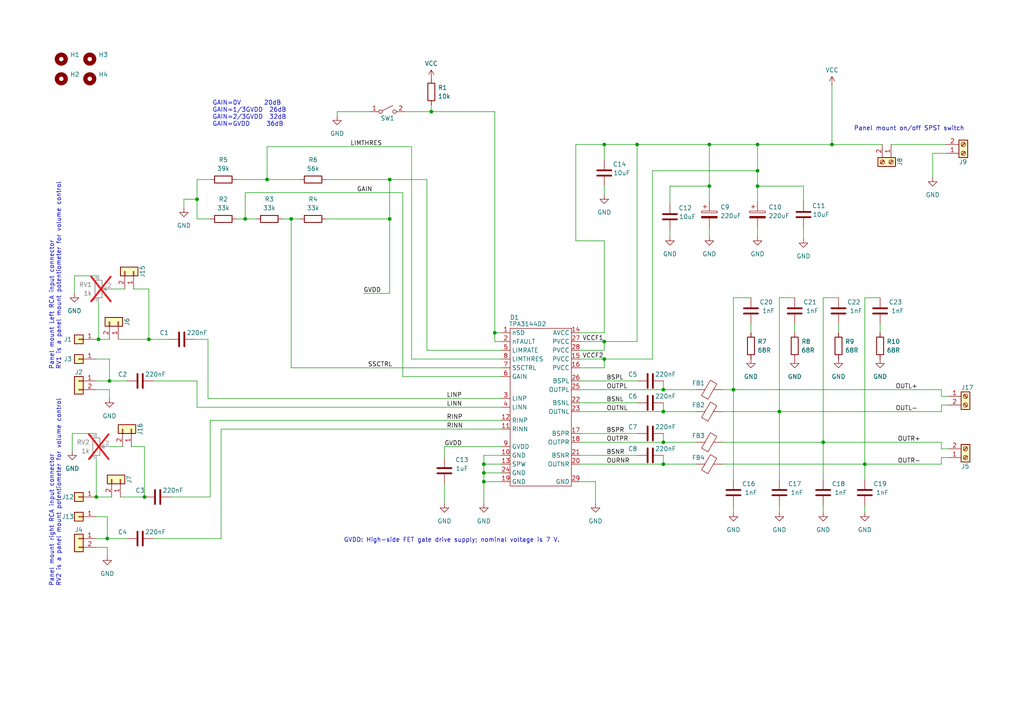
<source format=kicad_sch>
(kicad_sch (version 20231120) (generator "eeschema") (generator_version "8.0")
  (paper "A4")
  (lib_symbols
    (symbol "Amplifier_ClassD:TPA3144D2PWPR"
      (property "Reference" "D" (at 0 0 0))
      (symbol "TPA3144D2PWPR_0_1"
        (rectangle (start -7.62 12.7) (end 10.16 -33.02))
      )
      (symbol "TPA3144D2PWPR_1_1"
        (pin input line (at -10.16 11.43 0) (length 2.54) (name "nSD") (number "1"))
        (pin input line (at -10.16 -24.13 0) (length 2.54) (name "GND") (number "10"))
        (pin input line (at -10.16 -16.51 0) (length 2.54) (name "RINN") (number "11"))
        (pin input line (at -10.16 -13.97 0) (length 2.54) (name "RINP") (number "12"))
        (pin input line (at -10.16 -26.67 0) (length 2.54) (name "SPW") (number "13"))
        (pin input line (at 12.7 11.43 180) (length 2.54) (name "AVCC") (number "14"))
        (pin input line (at 12.7 3.81 180) (length 2.54) (name "PVCC") (number "15"))
        (pin input line (at 12.7 1.27 180) (length 2.54) (name "PVCC") (number "16"))
        (pin input line (at 12.7 -17.78 180) (length 2.54) (name "BSPR") (number "17"))
        (pin input line (at 12.7 -20.32 180) (length 2.54) (name "OUTPR") (number "18"))
        (pin input line (at -10.16 -31.75 0) (length 2.54) (name "GND") (number "19"))
        (pin input line (at -10.16 8.89 0) (length 2.54) (name "nFAULT") (number "2"))
        (pin input line (at 12.7 -26.67 180) (length 2.54) (name "OUTNR") (number "20"))
        (pin input line (at 12.7 -24.13 180) (length 2.54) (name "BSNR") (number "21"))
        (pin input line (at 12.7 -8.89 180) (length 2.54) (name "BSNL") (number "22"))
        (pin input line (at 12.7 -11.43 180) (length 2.54) (name "OUTNL") (number "23"))
        (pin input line (at -10.16 -29.21 0) (length 2.54) (name "GND") (number "24"))
        (pin input line (at 12.7 -5.08 180) (length 2.54) (name "OUTPL") (number "25"))
        (pin input line (at 12.7 -2.54 180) (length 2.54) (name "BSPL") (number "26"))
        (pin input line (at 12.7 8.89 180) (length 2.54) (name "PVCC") (number "27"))
        (pin input line (at 12.7 6.35 180) (length 2.54) (name "PVCC") (number "28"))
        (pin input line (at 12.7 -31.75 180) (length 2.54) (name "GND") (number "29"))
        (pin input line (at -10.16 -7.62 0) (length 2.54) (name "LINP") (number "3"))
        (pin input line (at -10.16 -10.16 0) (length 2.54) (name "LINN") (number "4"))
        (pin input line (at -10.16 6.35 0) (length 2.54) (name "LIMRATE") (number "5"))
        (pin input line (at -10.16 -1.27 0) (length 2.54) (name "GAIN") (number "6"))
        (pin input line (at -10.16 1.27 0) (length 2.54) (name "SSCTRL") (number "7"))
        (pin input line (at -10.16 3.81 0) (length 2.54) (name "LIMTHRES") (number "8"))
        (pin input line (at -10.16 -21.59 0) (length 2.54) (name "GVDD") (number "9"))
      )
    )
    (symbol "Connector:Screw_Terminal_01x02" (pin_names (offset 1.016) hide)
      (property "Reference" "J" (at 0 2.54 0))
      (property "Value" "Screw_Terminal_01x02" (at 0 -5.08 0))
      (symbol "Screw_Terminal_01x02_1_1"
        (rectangle (start -1.27 1.27) (end 1.27 -3.81) (stroke (width 0.254)) (fill (type background)))
        (circle (center 0 -2.54) (radius 0.635) (stroke (width 0.1524)))
        (polyline (pts (xy -0.5334 -2.2098) (xy 0.3302 -3.048)) (stroke (width 0.1524)))
        (polyline (pts (xy -0.5334 0.3302) (xy 0.3302 -0.508)) (stroke (width 0.1524)))
        (polyline (pts (xy -0.3556 -2.032) (xy 0.508 -2.8702)) (stroke (width 0.1524)))
        (polyline (pts (xy -0.3556 0.508) (xy 0.508 -0.3302)) (stroke (width 0.1524)))
        (circle (center 0 0) (radius 0.635) (stroke (width 0.1524)))
        (pin passive line (at -5.08 0 0) (length 3.81) (name "Pin_1") (number "1"))
        (pin passive line (at -5.08 -2.54 0) (length 3.81) (name "Pin_2") (number "2"))
      )
    )
    (symbol "Connector_Generic:Conn_01x01" (pin_names (offset 1.016) hide)
      (property "Reference" "J" (at 0 2.54 0))
      (property "Value" "Conn_01x01" (at 0 -2.54 0))
      (symbol "Conn_01x01_1_1"
        (rectangle (start -1.27 0.127) (end 0 -0.127) (stroke (width 0.1524)))
        (rectangle (start -1.27 1.27) (end 1.27 -1.27) (stroke (width 0.254)) (fill (type background)))
        (pin passive line (at -5.08 0 0) (length 3.81) (name "Pin_1") (number "1"))
      )
    )
    (symbol "Connector_Generic:Conn_01x02" (pin_names (offset 1.016) hide)
      (property "Reference" "J" (at 0 2.54 0))
      (property "Value" "Conn_01x02" (at 0 -5.08 0))
      (symbol "Conn_01x02_1_1"
        (rectangle (start -1.27 -2.413) (end 0 -2.667) (stroke (width 0.1524)))
        (rectangle (start -1.27 0.127) (end 0 -0.127) (stroke (width 0.1524)))
        (rectangle (start -1.27 1.27) (end 1.27 -3.81) (stroke (width 0.254)) (fill (type background)))
        (pin passive line (at -5.08 0 0) (length 3.81) (name "Pin_1") (number "1"))
        (pin passive line (at -5.08 -2.54 0) (length 3.81) (name "Pin_2") (number "2"))
      )
    )
    (symbol "Device:C" (pin_numbers hide) (pin_names (offset 0.254))
      (property "Reference" "C" (at 0.635 2.54 0))
      (property "Value" "C" (at 0.635 -2.54 0))
      (symbol "C_0_1"
        (polyline (pts (xy -2.032 -0.762) (xy 2.032 -0.762)) (stroke (width 0.508)))
        (polyline (pts (xy -2.032 0.762) (xy 2.032 0.762)) (stroke (width 0.508)))
      )
      (symbol "C_1_1"
        (pin passive line (at 0 3.81 270) (length 2.794) (name "~") (number "1"))
        (pin passive line (at 0 -3.81 90) (length 2.794) (name "~") (number "2"))
      )
    )
    (symbol "Device:C_Polarized" (pin_numbers hide) (pin_names (offset 0.254))
      (property "Reference" "C" (at 0.635 2.54 0))
      (property "Value" "C_Polarized" (at 0.635 -2.54 0))
      (symbol "C_Polarized_0_1"
        (rectangle (start -2.286 0.508) (end 2.286 1.016))
        (polyline (pts (xy -1.778 2.286) (xy -0.762 2.286)))
        (polyline (pts (xy -1.27 2.794) (xy -1.27 1.778)))
        (rectangle (start 2.286 -0.508) (end -2.286 -1.016) (fill (type outline)))
      )
      (symbol "C_Polarized_1_1"
        (pin passive line (at 0 3.81 270) (length 2.794) (name "~") (number "1"))
        (pin passive line (at 0 -3.81 90) (length 2.794) (name "~") (number "2"))
      )
    )
    (symbol "Device:FerriteBead" (pin_numbers hide) (pin_names (offset 0))
      (property "Reference" "FB" (at -3.81 0.635 90))
      (property "Value" "FerriteBead" (at 3.81 0 90))
      (symbol "FerriteBead_0_1"
        (polyline (pts (xy 0 -1.27) (xy 0 -1.2192)))
        (polyline (pts (xy 0 1.27) (xy 0 1.2954)))
        (polyline (pts (xy -2.7686 0.4064) (xy -1.7018 2.2606) (xy 2.7686 -0.3048) (xy 1.6764 -2.159) (xy -2.7686 0.4064)))
      )
      (symbol "FerriteBead_1_1"
        (pin passive line (at 0 3.81 270) (length 2.54) (name "~") (number "1"))
        (pin passive line (at 0 -3.81 90) (length 2.54) (name "~") (number "2"))
      )
    )
    (symbol "Device:R" (pin_numbers hide) (pin_names (offset 0))
      (property "Reference" "R" (at 2.032 0 90))
      (property "Value" "R" (at 0 0 90))
      (symbol "R_0_1"
        (rectangle (start -1.016 -2.54) (end 1.016 2.54) (stroke (width 0.254)))
      )
      (symbol "R_1_1"
        (pin passive line (at 0 3.81 270) (length 1.27) (name "~") (number "1"))
        (pin passive line (at 0 -3.81 90) (length 1.27) (name "~") (number "2"))
      )
    )
    (symbol "Device:R_Potentiometer" (pin_names (offset 1.016) hide)
      (property "Reference" "RV" (at -4.445 0 90))
      (property "Value" "R_Potentiometer" (at -2.54 0 90))
      (symbol "R_Potentiometer_0_1"
        (polyline (pts (xy 2.54 0) (xy 1.524 0)))
        (polyline (pts (xy 1.143 0) (xy 2.286 0.508) (xy 2.286 -0.508) (xy 1.143 0)) (fill (type outline)))
        (rectangle (start 1.016 2.54) (end -1.016 -2.54) (stroke (width 0.254)))
      )
      (symbol "R_Potentiometer_1_1"
        (pin passive line (at 0 3.81 270) (length 1.27) (name "1") (number "1"))
        (pin passive line (at 3.81 0 180) (length 1.27) (name "2") (number "2"))
        (pin passive line (at 0 -3.81 90) (length 1.27) (name "3") (number "3"))
      )
    )
    (symbol "Mechanical:MountingHole" (pin_names (offset 1.016))
      (property "Reference" "H" (at 0 5.08 0))
      (property "Value" "MountingHole" (at 0 3.175 0))
      (symbol "MountingHole_0_1"
        (circle (center 0 0) (radius 1.27) (stroke (width 1.27)))
      )
    )
    (symbol "Switch:SW_SPST" (pin_names (offset 0) hide)
      (property "Reference" "SW" (at 0 3.175 0))
      (property "Value" "SW_SPST" (at 0 -2.54 0))
      (symbol "SW_SPST_0_0"
        (circle (center -2.032 0) (radius 0.508))
        (polyline (pts (xy -1.524 0.254) (xy 1.524 1.778)))
        (circle (center 2.032 0) (radius 0.508))
      )
      (symbol "SW_SPST_1_1"
        (pin passive line (at -5.08 0 0) (length 2.54) (name "A") (number "1"))
        (pin passive line (at 5.08 0 180) (length 2.54) (name "B") (number "2"))
      )
    )
    (symbol "power:GND" (power) (pin_names (offset 0))
      (property "Value" "GND" (at 0 -3.81 0))
      (symbol "GND_0_1"
        (polyline (pts (xy 0 0) (xy 0 -1.27) (xy 1.27 -1.27) (xy 0 -2.54) (xy -1.27 -1.27) (xy 0 -1.27)))
      )
      (symbol "GND_1_1"
        (pin power_in line (at 0 0 270) (length 0) hide (name "GND") (number "1"))
      )
    )
    (symbol "power:VCC" (power) (pin_names (offset 0))
      (property "Value" "VCC" (at 0 3.81 0))
      (symbol "VCC_0_1"
        (polyline (pts (xy -0.762 1.27) (xy 0 2.54)))
        (polyline (pts (xy 0 0) (xy 0 2.54)))
        (polyline (pts (xy 0 2.54) (xy 0.762 1.27)))
      )
      (symbol "VCC_1_1"
        (pin power_in line (at 0 0 90) (length 0) hide (name "VCC") (number "1"))
      )
    )
  )
  (junction (at 192.405 128.27))
  (junction (at 113.03 52.07))
  (junction (at 212.725 113.03))
  (junction (at 192.405 134.62))
  (junction (at 84.455 63.5))
  (junction (at 192.405 113.03))
  (junction (at 140.335 134.62))
  (junction (at 192.405 119.38))
  (junction (at 175.26 104.14))
  (junction (at 31.115 156.21))
  (junction (at 113.03 63.5))
  (junction (at 31.75 110.49))
  (junction (at 219.71 49.53))
  (junction (at 219.71 41.91))
  (junction (at 226.06 119.38))
  (junction (at 219.71 53.975))
  (junction (at 28.575 98.425))
  (junction (at 43.18 98.425))
  (junction (at 77.47 52.07))
  (junction (at 175.26 99.06))
  (junction (at 140.335 137.16))
  (junction (at 175.26 41.91))
  (junction (at 241.3 41.91))
  (junction (at 27.94 144.145))
  (junction (at 184.785 41.91))
  (junction (at 125.095 32.385))
  (junction (at 238.76 128.27))
  (junction (at 71.12 63.5))
  (junction (at 143.51 96.52))
  (junction (at 57.15 57.785))
  (junction (at 205.74 41.91))
  (junction (at 205.74 53.975))
  (junction (at 41.91 144.145))
  (junction (at 140.335 139.7))
  (junction (at 250.825 134.62))
  (wire (pts (xy 209.55 113.03) (xy 212.725 113.03)))
  (wire (pts (xy 56.515 98.425) (xy 60.325 98.425)))
  (wire (pts (xy 172.72 139.7) (xy 172.72 146.05)))
  (wire (pts (xy 31.75 110.49) (xy 36.83 110.49)))
  (wire (pts (xy 230.505 93.98) (xy 230.505 96.52)))
  (wire (pts (xy 212.725 113.03) (xy 212.725 139.065)))
  (wire (pts (xy 175.26 99.06) (xy 184.785 99.06)))
  (wire (pts (xy 167.005 69.85) (xy 167.005 41.91)))
  (wire (pts (xy 168.275 125.73) (xy 184.785 125.73)))
  (wire (pts (xy 27.94 158.75) (xy 31.115 158.75)))
  (wire (pts (xy 71.12 55.88) (xy 116.84 55.88)))
  (wire (pts (xy 31.115 158.75) (xy 31.115 161.29)))
  (wire (pts (xy 168.275 106.68) (xy 175.26 106.68)))
  (wire (pts (xy 84.455 63.5) (xy 84.455 106.68)))
  (wire (pts (xy 57.15 57.785) (xy 53.34 57.785)))
  (wire (pts (xy 238.76 86.36) (xy 243.205 86.36)))
  (wire (pts (xy 81.915 63.5) (xy 84.455 63.5)))
  (wire (pts (xy 241.3 41.91) (xy 255.905 41.91)))
  (wire (pts (xy 140.335 137.16) (xy 140.335 139.7)))
  (wire (pts (xy 145.415 101.6) (xy 123.825 101.6)))
  (wire (pts (xy 28.575 87.63) (xy 28.575 98.425)))
  (wire (pts (xy 143.51 99.06) (xy 143.51 96.52)))
  (wire (pts (xy 168.275 99.06) (xy 175.26 99.06)))
  (wire (pts (xy 28.575 98.425) (xy 31.75 98.425)))
  (wire (pts (xy 145.415 118.11) (xy 57.15 118.11)))
  (wire (pts (xy 140.335 134.62) (xy 140.335 137.16)))
  (wire (pts (xy 27.94 149.86) (xy 31.115 149.86)))
  (wire (pts (xy 43.18 83.82) (xy 43.18 98.425)))
  (wire (pts (xy 145.415 104.14) (xy 119.38 104.14)))
  (wire (pts (xy 107.315 32.385) (xy 97.79 32.385)))
  (wire (pts (xy 143.51 32.385) (xy 125.095 32.385)))
  (wire (pts (xy 140.335 139.7) (xy 140.335 146.05)))
  (wire (pts (xy 116.84 109.22) (xy 116.84 55.88)))
  (wire (pts (xy 273.05 119.38) (xy 273.05 117.475)))
  (wire (pts (xy 175.26 41.91) (xy 175.26 46.355)))
  (wire (pts (xy 31.115 149.86) (xy 31.115 156.21)))
  (wire (pts (xy 60.96 144.145) (xy 49.53 144.145)))
  (wire (pts (xy 192.405 134.62) (xy 192.405 132.08)))
  (wire (pts (xy 243.205 93.98) (xy 243.205 96.52)))
  (wire (pts (xy 238.76 128.27) (xy 273.05 128.27)))
  (wire (pts (xy 189.23 104.14) (xy 189.23 49.53)))
  (wire (pts (xy 168.275 104.14) (xy 175.26 104.14)))
  (wire (pts (xy 123.825 101.6) (xy 123.825 52.07)))
  (wire (pts (xy 175.26 53.975) (xy 175.26 56.515)))
  (wire (pts (xy 219.71 41.91) (xy 241.3 41.91)))
  (wire (pts (xy 27.94 133.35) (xy 27.94 144.145)))
  (wire (pts (xy 241.3 24.765) (xy 241.3 41.91)))
  (wire (pts (xy 192.405 113.03) (xy 201.93 113.03)))
  (wire (pts (xy 32.385 83.82) (xy 36.195 83.82)))
  (wire (pts (xy 226.06 119.38) (xy 226.06 86.36)))
  (wire (pts (xy 250.825 86.36) (xy 255.27 86.36)))
  (wire (pts (xy 168.275 119.38) (xy 192.405 119.38)))
  (wire (pts (xy 113.03 63.5) (xy 113.03 52.07)))
  (wire (pts (xy 212.725 113.03) (xy 273.05 113.03)))
  (wire (pts (xy 31.75 113.03) (xy 31.75 115.57)))
  (wire (pts (xy 219.71 53.975) (xy 219.71 58.42)))
  (wire (pts (xy 145.415 129.54) (xy 128.905 129.54)))
  (wire (pts (xy 27.94 110.49) (xy 31.75 110.49)))
  (wire (pts (xy 189.23 49.53) (xy 219.71 49.53)))
  (wire (pts (xy 209.55 128.27) (xy 238.76 128.27)))
  (wire (pts (xy 53.34 57.785) (xy 53.34 60.325)))
  (wire (pts (xy 143.51 32.385) (xy 143.51 96.52)))
  (wire (pts (xy 270.51 44.45) (xy 270.51 51.435)))
  (wire (pts (xy 168.275 113.03) (xy 192.405 113.03)))
  (wire (pts (xy 233.045 58.42) (xy 233.045 53.975)))
  (wire (pts (xy 119.38 104.14) (xy 119.38 42.545)))
  (wire (pts (xy 238.76 128.27) (xy 238.76 139.065)))
  (wire (pts (xy 57.15 63.5) (xy 60.96 63.5)))
  (wire (pts (xy 238.76 128.27) (xy 238.76 86.36)))
  (wire (pts (xy 34.925 144.145) (xy 41.91 144.145)))
  (wire (pts (xy 168.275 134.62) (xy 192.405 134.62)))
  (wire (pts (xy 97.79 32.385) (xy 97.79 33.655)))
  (wire (pts (xy 194.31 59.055) (xy 194.31 53.975)))
  (wire (pts (xy 94.615 63.5) (xy 113.03 63.5)))
  (wire (pts (xy 219.71 41.91) (xy 219.71 49.53)))
  (wire (pts (xy 238.76 148.59) (xy 238.76 146.685)))
  (wire (pts (xy 175.26 41.91) (xy 184.785 41.91)))
  (wire (pts (xy 209.55 134.62) (xy 250.825 134.62)))
  (wire (pts (xy 38.1 129.54) (xy 41.91 129.54)))
  (wire (pts (xy 125.095 32.385) (xy 125.095 30.48)))
  (wire (pts (xy 27.94 98.425) (xy 28.575 98.425)))
  (wire (pts (xy 21.59 80.01) (xy 21.59 85.09)))
  (wire (pts (xy 119.38 42.545) (xy 77.47 42.545)))
  (wire (pts (xy 143.51 96.52) (xy 145.415 96.52)))
  (wire (pts (xy 145.415 132.08) (xy 140.335 132.08)))
  (wire (pts (xy 168.275 116.84) (xy 184.785 116.84)))
  (wire (pts (xy 128.905 129.54) (xy 128.905 132.715)))
  (wire (pts (xy 113.03 63.5) (xy 113.03 85.09)))
  (wire (pts (xy 105.41 85.09) (xy 113.03 85.09)))
  (wire (pts (xy 27.94 144.145) (xy 32.385 144.145)))
  (wire (pts (xy 273.05 113.03) (xy 273.05 114.935)))
  (wire (pts (xy 41.91 129.54) (xy 41.91 144.145)))
  (wire (pts (xy 140.335 137.16) (xy 145.415 137.16)))
  (wire (pts (xy 84.455 106.68) (xy 145.415 106.68)))
  (wire (pts (xy 57.15 52.07) (xy 57.15 57.785)))
  (wire (pts (xy 168.275 132.08) (xy 184.785 132.08)))
  (wire (pts (xy 60.325 115.57) (xy 145.415 115.57)))
  (wire (pts (xy 219.71 49.53) (xy 219.71 53.975)))
  (wire (pts (xy 64.135 124.46) (xy 145.415 124.46)))
  (wire (pts (xy 20.955 125.73) (xy 20.955 130.81)))
  (wire (pts (xy 145.415 99.06) (xy 143.51 99.06)))
  (wire (pts (xy 233.045 69.215) (xy 233.045 66.04)))
  (wire (pts (xy 250.825 134.62) (xy 273.05 134.62)))
  (wire (pts (xy 168.275 96.52) (xy 175.26 96.52)))
  (wire (pts (xy 60.96 121.92) (xy 60.96 144.145)))
  (wire (pts (xy 68.58 63.5) (xy 71.12 63.5)))
  (wire (pts (xy 168.275 110.49) (xy 184.785 110.49)))
  (wire (pts (xy 274.32 44.45) (xy 270.51 44.45)))
  (wire (pts (xy 31.115 156.21) (xy 27.94 156.21)))
  (wire (pts (xy 140.335 132.08) (xy 140.335 134.62)))
  (wire (pts (xy 212.725 86.36) (xy 212.725 113.03)))
  (wire (pts (xy 273.05 114.935) (xy 274.955 114.935)))
  (wire (pts (xy 273.05 132.715) (xy 274.955 132.715)))
  (wire (pts (xy 192.405 119.38) (xy 192.405 116.84)))
  (wire (pts (xy 273.05 134.62) (xy 273.05 132.715)))
  (wire (pts (xy 145.415 121.92) (xy 60.96 121.92)))
  (wire (pts (xy 226.06 148.59) (xy 226.06 146.685)))
  (wire (pts (xy 31.75 104.14) (xy 31.75 110.49)))
  (wire (pts (xy 168.275 139.7) (xy 172.72 139.7)))
  (wire (pts (xy 71.12 63.5) (xy 74.295 63.5)))
  (wire (pts (xy 175.26 104.14) (xy 189.23 104.14)))
  (wire (pts (xy 128.905 146.05) (xy 128.905 140.335)))
  (wire (pts (xy 145.415 109.22) (xy 116.84 109.22)))
  (wire (pts (xy 175.26 96.52) (xy 175.26 69.85)))
  (wire (pts (xy 64.135 156.21) (xy 64.135 124.46)))
  (wire (pts (xy 192.405 128.27) (xy 201.93 128.27)))
  (wire (pts (xy 31.115 156.21) (xy 36.83 156.21)))
  (wire (pts (xy 167.005 41.91) (xy 175.26 41.91)))
  (wire (pts (xy 226.06 119.38) (xy 226.06 139.065)))
  (wire (pts (xy 27.94 113.03) (xy 31.75 113.03)))
  (wire (pts (xy 194.31 53.975) (xy 205.74 53.975)))
  (wire (pts (xy 192.405 134.62) (xy 201.93 134.62)))
  (wire (pts (xy 217.805 86.36) (xy 212.725 86.36)))
  (wire (pts (xy 27.94 125.73) (xy 20.955 125.73)))
  (wire (pts (xy 57.15 118.11) (xy 57.15 110.49)))
  (wire (pts (xy 250.825 148.59) (xy 250.825 146.685)))
  (wire (pts (xy 205.74 41.91) (xy 219.71 41.91)))
  (wire (pts (xy 226.06 119.38) (xy 273.05 119.38)))
  (wire (pts (xy 28.575 80.01) (xy 21.59 80.01)))
  (wire (pts (xy 27.94 104.14) (xy 31.75 104.14)))
  (wire (pts (xy 184.785 41.91) (xy 205.74 41.91)))
  (wire (pts (xy 192.405 128.27) (xy 192.405 125.73)))
  (wire (pts (xy 250.825 134.62) (xy 250.825 86.36)))
  (wire (pts (xy 209.55 119.38) (xy 226.06 119.38)))
  (wire (pts (xy 68.58 52.07) (xy 77.47 52.07)))
  (wire (pts (xy 57.15 57.785) (xy 57.15 63.5)))
  (wire (pts (xy 43.18 98.425) (xy 48.895 98.425)))
  (wire (pts (xy 60.96 52.07) (xy 57.15 52.07)))
  (wire (pts (xy 60.325 115.57) (xy 60.325 98.425)))
  (wire (pts (xy 273.05 128.27) (xy 273.05 130.175)))
  (wire (pts (xy 175.26 106.68) (xy 175.26 104.14)))
  (wire (pts (xy 217.805 93.98) (xy 217.805 96.52)))
  (wire (pts (xy 168.275 128.27) (xy 192.405 128.27)))
  (wire (pts (xy 258.445 41.91) (xy 274.32 41.91)))
  (wire (pts (xy 123.825 52.07) (xy 113.03 52.07)))
  (wire (pts (xy 31.75 129.54) (xy 35.56 129.54)))
  (wire (pts (xy 184.785 99.06) (xy 184.785 41.91)))
  (wire (pts (xy 255.27 93.98) (xy 255.27 96.52)))
  (wire (pts (xy 117.475 32.385) (xy 125.095 32.385)))
  (wire (pts (xy 219.71 68.58) (xy 219.71 66.04)))
  (wire (pts (xy 273.05 130.175) (xy 274.955 130.175)))
  (wire (pts (xy 84.455 63.5) (xy 86.995 63.5)))
  (wire (pts (xy 273.05 117.475) (xy 274.955 117.475)))
  (wire (pts (xy 44.45 156.21) (xy 64.135 156.21)))
  (wire (pts (xy 57.15 110.49) (xy 44.45 110.49)))
  (wire (pts (xy 233.045 53.975) (xy 219.71 53.975)))
  (wire (pts (xy 140.335 139.7) (xy 145.415 139.7)))
  (wire (pts (xy 38.735 83.82) (xy 43.18 83.82)))
  (wire (pts (xy 192.405 113.03) (xy 192.405 110.49)))
  (wire (pts (xy 205.74 66.04) (xy 205.74 68.58)))
  (wire (pts (xy 77.47 52.07) (xy 86.995 52.07)))
  (wire (pts (xy 192.405 119.38) (xy 201.93 119.38)))
  (wire (pts (xy 194.31 68.58) (xy 194.31 66.675)))
  (wire (pts (xy 94.615 52.07) (xy 113.03 52.07)))
  (wire (pts (xy 34.29 98.425) (xy 43.18 98.425)))
  (wire (pts (xy 71.12 63.5) (xy 71.12 55.88)))
  (wire (pts (xy 205.74 41.91) (xy 205.74 53.975)))
  (wire (pts (xy 205.74 53.975) (xy 205.74 58.42)))
  (wire (pts (xy 226.06 86.36) (xy 230.505 86.36)))
  (wire (pts (xy 168.275 101.6) (xy 175.26 101.6)))
  (wire (pts (xy 175.26 69.85) (xy 167.005 69.85)))
  (wire (pts (xy 250.825 134.62) (xy 250.825 139.065)))
  (wire (pts (xy 77.47 42.545) (xy 77.47 52.07)))
  (wire (pts (xy 140.335 134.62) (xy 145.415 134.62)))
  (wire (pts (xy 212.725 148.59) (xy 212.725 146.685)))
  (wire (pts (xy 175.26 101.6) (xy 175.26 99.06)))
  (text "GVDD: High-side FET gate drive supply; nominal voltage is 7 V. " (at 99.695 157.48 0) (effects (font (size 1.27 1.27)) (justify left bottom)))
  (text "Panel mount Left RCA input connector\nRV1 is a panel mount potentiometer for volume control" (at 17.78 107.315 90) (effects (font (size 1.27 1.27)) (justify left bottom)))
  (text "GAIN=0V       20dB\nGAIN=1/3GVDD  26dB\nGAIN=2/3GVDD  32dB\nGAIN=GVDD     36dB" (at 61.595 36.83 0) (effects (font (size 1.27 1.27)) (justify left bottom)))
  (text "Panel mount right RCA input connector\nRV2 is a panel mount potentiometer for volume control" (at 17.78 170.18 90) (effects (font (size 1.27 1.27)) (justify left bottom)))
  (text "Panel mount on/off SPST switch" (at 247.65 38.1 0) (effects (font (size 1.27 1.27)) (justify left bottom)))
  (label "RINP" (at 129.54 121.92 0))
  (label "VCCF2" (at 168.91 104.14 0))
  (label "VCCF1" (at 168.91 99.06 0))
  (label "OURNR" (at 175.895 134.62 0))
  (label "BSNL" (at 175.895 116.84 0))
  (label "OUTR-" (at 260.35 134.62 0))
  (label "GVDD" (at 128.905 129.54 0))
  (label "GVDD" (at 105.41 85.09 0))
  (label "RINN" (at 129.54 124.46 0))
  (label "LIMTHRES" (at 101.6 42.545 0))
  (label "OUTNL" (at 175.895 119.38 0))
  (label "BSPL" (at 175.895 110.49 0))
  (label "SSCTRL" (at 106.68 106.68 0))
  (label "OUTPL" (at 175.895 113.03 0))
  (label "OUTL-" (at 259.715 119.38 0))
  (label "OUTR+" (at 260.35 128.27 0))
  (label "OUTL+" (at 259.715 113.03 0))
  (label "LINP" (at 129.54 115.57 0))
  (label "BSNR" (at 175.895 132.08 0))
  (label "GAIN" (at 103.505 55.88 0))
  (label "OUTPR" (at 175.895 128.27 0))
  (label "LINN" (at 129.54 118.11 0))
  (label "BSPR" (at 175.895 125.73 0))
  (symbol (lib_id "Device:R") (at 255.27 100.33 0) (unit 1)
    (property "Reference" "R10" (at 257.175 99.06 0) (effects (justify left)))
    (property "Value" "68R" (at 257.175 101.6 0) (effects (justify left)))
    (property "Footprint" "Resistor_SMD:R_0805_2012Metric_Pad1.20x1.40mm_HandSolder" (effects (hide yes)))
    (property "LCSC PN" "C17802" (effects (hide yes)))
    (property "LCSC Price" "0.01$" (effects (hide yes)))
    (property "JLCPCB Type" "Basic" (effects (hide yes)))
  )
  (symbol (lib_id "Device:C") (at 45.72 144.145 90) (unit 1)
    (property "Reference" "C3" (at 40.64 142.24 90))
    (property "Value" "220nF" (at 50.165 142.24 90))
    (property "Footprint" "Capacitor_SMD:C_0603_1608Metric_Pad1.08x0.95mm_HandSolder" (effects (hide yes)))
    (property "LCSC PN" "C21120" (effects (hide yes)))
    (property "LCSC Price" "0.01$" (effects (hide yes)))
    (property "JLCPCB Type" "Basic" (effects (hide yes)))
  )
  (symbol (lib_id "Device:C") (at 217.805 90.17 180) (unit 1)
    (property "Reference" "C20" (at 222.25 87.63 0))
    (property "Value" "1nF" (at 222.885 90.17 0))
    (property "Footprint" "Capacitor_SMD:C_0603_1608Metric_Pad1.08x0.95mm_HandSolder" (effects (hide yes)))
    (property "LCSC PN" "C1588" (effects (hide yes)))
    (property "LCSC Price" "0.01$" (effects (hide yes)))
    (property "JLCPCB Type" "Basic" (effects (hide yes)))
  )
  (symbol (lib_id "power:GND") (at 233.045 69.215 0) (unit 1)
    (property "Reference" "#PWR026" (effects (hide yes)))
    (property "Value" "GND" (at 233.045 74.295 0))
  )
  (symbol (lib_id "power:GND") (at 31.75 115.57 0) (unit 1)
    (property "Reference" "#PWR01" (effects (hide yes)))
    (property "Value" "GND" (at 31.75 120.65 0))
  )
  (symbol (lib_id "power:GND") (at 270.51 51.435 0) (unit 1)
    (property "Reference" "#PWR06" (effects (hide yes)))
    (property "Value" "GND" (at 270.51 56.515 0))
  )
  (symbol (lib_id "Device:C") (at 188.595 110.49 90) (unit 1)
    (property "Reference" "C5" (at 183.515 108.585 90))
    (property "Value" "220nF" (at 193.04 108.585 90))
    (property "Footprint" "Capacitor_SMD:C_0603_1608Metric_Pad1.08x0.95mm_HandSolder" (effects (hide yes)))
    (property "JLCPCB Type" "Basic" (effects (hide yes)))
    (property "LCSC PN" "C21120" (effects (hide yes)))
    (property "LCSC Price" "0.01$" (effects (hide yes)))
  )
  (symbol (lib_id "power:GND") (at 205.74 68.58 0) (unit 1)
    (property "Reference" "#PWR07" (effects (hide yes)))
    (property "Value" "GND" (at 205.74 73.66 0))
  )
  (symbol (lib_id "Device:C_Polarized") (at 219.71 62.23 0) (unit 1)
    (property "Reference" "C10" (at 222.885 60.071 0) (effects (justify left)))
    (property "Value" "220uF" (at 222.885 62.611 0) (effects (justify left)))
    (property "Footprint" "Capacitor_THT:CP_Radial_D10.0mm_P3.50mm" (effects (hide yes)))
    (property "JLCPCB Type" "-" (effects (hide yes)))
    (property "LCSC PN" "-" (effects (hide yes)))
    (property "LCSC Price" "-" (effects (hide yes)))
  )
  (symbol (lib_id "Mechanical:MountingHole") (at 26.035 17.145 0) (unit 1) (in_bom no)
    (property "Reference" "H3" (at 28.575 15.875 0) (effects (justify left)))
    (property "Value" "MountingHole" (effects (hide yes)))
    (property "Footprint" "MountingHole:MountingHole_3.2mm_M3" (effects (hide yes)))
  )
  (symbol (lib_id "power:GND") (at 21.59 85.09 0) (unit 1)
    (property "Reference" "#PWR014" (effects (hide yes)))
    (property "Value" "GND" (at 21.59 90.17 0))
  )
  (symbol (lib_id "power:GND") (at 226.06 148.59 0) (unit 1)
    (property "Reference" "#PWR017" (effects (hide yes)))
    (property "Value" "GND" (at 226.06 153.67 0))
  )
  (symbol (lib_id "Device:C") (at 128.905 136.525 180) (unit 1)
    (property "Reference" "C13" (at 133.985 133.35 0))
    (property "Value" "1uF" (at 133.985 135.89 0))
    (property "Footprint" "Capacitor_SMD:C_0603_1608Metric_Pad1.08x0.95mm_HandSolder" (effects (hide yes)))
    (property "LCSC PN" "C15849" (effects (hide yes)))
    (property "LCSC Price" "0.01$" (effects (hide yes)))
    (property "JLCPCB Type" "Basic" (effects (hide yes)))
  )
  (symbol (lib_id "Device:FerriteBead") (at 205.74 113.03 90) (unit 1)
    (property "Reference" "FB1" (at 202.565 111.125 90))
    (property "Value" "NFZ2MSM301SN10L" (effects (hide yes)))
    (property "Footprint" "Inductor_SMD:L_0805_2012Metric_Pad1.15x1.40mm_HandSolder" (effects (hide yes)))
    (property "LCSC PN" "C668489" (effects (hide yes)))
    (property "LCSC Price" "0.18$" (effects (hide yes)))
    (property "JLCPCB Type" "Extended" (effects (hide yes)))
  )
  (symbol (lib_id "power:GND") (at 20.955 130.81 0) (unit 1)
    (property "Reference" "#PWR015" (effects (hide yes)))
    (property "Value" "GND" (at 20.955 135.89 0))
  )
  (symbol (lib_id "Device:R") (at 230.505 100.33 0) (unit 1)
    (property "Reference" "R8" (at 232.41 99.06 0) (effects (justify left)))
    (property "Value" "68R" (at 232.41 101.6 0) (effects (justify left)))
    (property "Footprint" "Resistor_SMD:R_0805_2012Metric_Pad1.20x1.40mm_HandSolder" (effects (hide yes)))
    (property "LCSC PN" "C17802" (effects (hide yes)))
    (property "LCSC Price" "0.01$" (effects (hide yes)))
    (property "JLCPCB Type" "Basic" (effects (hide yes)))
  )
  (symbol (lib_id "Device:R") (at 90.805 63.5 90) (unit 1)
    (property "Reference" "R4" (at 90.805 57.785 90))
    (property "Value" "33k" (at 90.805 60.325 90))
    (property "Footprint" "Resistor_SMD:R_0603_1608Metric_Pad0.98x0.95mm_HandSolder" (effects (hide yes)))
    (property "LCSC PN" "C4216" (effects (hide yes)))
    (property "LCSC Price" "0.01$" (effects (hide yes)))
    (property "JLCPCB Type" "Basic" (effects (hide yes)))
  )
  (symbol (lib_id "Connector_Generic:Conn_01x01") (at 22.86 104.14 180) (unit 1)
    (property "Reference" "J3" (at 19.685 104.14 0))
    (property "Value" "Conn_01x01" (effects (hide yes)))
    (property "Footprint" "Connector_PinHeader_2.54mm:PinHeader_1x01_P2.54mm_Vertical" (effects (hide yes)))
    (property "JLCPCB Type" "-" (effects (hide yes)))
    (property "LCSC PN" "-" (effects (hide yes)))
    (property "LCSC Price" "-" (effects (hide yes)))
  )
  (symbol (lib_id "Device:C_Polarized") (at 205.74 62.23 0) (unit 1)
    (property "Reference" "C9" (at 208.915 60.071 0) (effects (justify left)))
    (property "Value" "220uF" (at 208.915 62.611 0) (effects (justify left)))
    (property "Footprint" "Capacitor_THT:CP_Radial_D10.0mm_P3.50mm" (effects (hide yes)))
    (property "JLCPCB Type" "-" (effects (hide yes)))
    (property "LCSC PN" "-" (effects (hide yes)))
    (property "LCSC Price" "-" (effects (hide yes)))
  )
  (symbol (lib_id "Mechanical:MountingHole") (at 17.78 22.86 0) (unit 1) (in_bom no)
    (property "Reference" "H2" (at 20.32 21.59 0) (effects (justify left)))
    (property "Value" "MountingHole" (effects (hide yes)))
    (property "Footprint" "MountingHole:MountingHole_3.2mm_M3" (effects (hide yes)))
  )
  (symbol (lib_id "Device:R") (at 78.105 63.5 90) (unit 1)
    (property "Reference" "R3" (at 78.105 57.785 90))
    (property "Value" "33k" (at 78.105 60.325 90))
    (property "Footprint" "Resistor_SMD:R_0603_1608Metric_Pad0.98x0.95mm_HandSolder" (effects (hide yes)))
    (property "LCSC PN" "C4216" (effects (hide yes)))
    (property "LCSC Price" "0.01$" (effects (hide yes)))
    (property "JLCPCB Type" "Basic" (effects (hide yes)))
  )
  (symbol (lib_id "power:GND") (at 97.79 33.655 0) (unit 1)
    (property "Reference" "#PWR03" (effects (hide yes)))
    (property "Value" "GND" (at 97.79 38.735 0))
  )
  (symbol (lib_id "power:GND") (at 140.335 146.05 0) (unit 1)
    (property "Reference" "#PWR011" (effects (hide yes)))
    (property "Value" "GND" (at 140.335 151.13 0))
  )
  (symbol (lib_id "Device:R") (at 243.205 100.33 0) (unit 1)
    (property "Reference" "R9" (at 245.11 99.06 0) (effects (justify left)))
    (property "Value" "68R" (at 245.11 101.6 0) (effects (justify left)))
    (property "Footprint" "Resistor_SMD:R_0805_2012Metric_Pad1.20x1.40mm_HandSolder" (effects (hide yes)))
    (property "LCSC PN" "C17802" (effects (hide yes)))
    (property "LCSC Price" "0.01$" (effects (hide yes)))
    (property "JLCPCB Type" "Basic" (effects (hide yes)))
  )
  (symbol (lib_id "power:GND") (at 53.34 60.325 0) (unit 1)
    (property "Reference" "#PWR013" (effects (hide yes)))
    (property "Value" "GND" (at 53.34 65.405 0))
  )
  (symbol (lib_id "Connector:Screw_Terminal_01x02") (at 280.035 114.935 0) (unit 1)
    (property "Reference" "J17" (at 278.765 112.395 0) (effects (justify left)))
    (property "Value" "Screw_Terminal_01x02" (effects (hide yes)))
    (property "Footprint" "TerminalBlock_MetzConnect:TerminalBlock_MetzConnect_Type086_RT03402HBLC_1x02_P3.81mm_Horizontal" (effects (hide yes)))
  )
  (symbol (lib_id "Device:C") (at 188.595 132.08 90) (unit 1)
    (property "Reference" "C8" (at 183.515 130.175 90))
    (property "Value" "220nF" (at 193.04 130.175 90))
    (property "Footprint" "Capacitor_SMD:C_0603_1608Metric_Pad1.08x0.95mm_HandSolder" (effects (hide yes)))
    (property "JLCPCB Type" "Basic" (effects (hide yes)))
    (property "LCSC PN" "C21120" (effects (hide yes)))
    (property "LCSC Price" "0.01$" (effects (hide yes)))
  )
  (symbol (lib_id "Connector_Generic:Conn_01x02") (at 38.735 78.74 270) (mirror x) (unit 1)
    (property "Reference" "J15" (at 41.275 78.74 0))
    (property "Value" "Conn_01x02" (effects (hide yes)))
    (property "Footprint" "Connector_PinHeader_2.54mm:PinHeader_1x02_P2.54mm_Vertical" (effects (hide yes)))
    (property "JLCPCB Type" "-" (effects (hide yes)))
    (property "LCSC PN" "-" (effects (hide yes)))
    (property "LCSC Price" "-" (effects (hide yes)))
  )
  (symbol (lib_id "power:VCC") (at 241.3 24.765 0) (unit 1)
    (property "Reference" "#PWR05" (effects (hide yes)))
    (property "Value" "VCC" (at 241.3 20.32 0))
  )
  (symbol (lib_id "power:GND") (at 219.71 68.58 0) (unit 1)
    (property "Reference" "#PWR08" (effects (hide yes)))
    (property "Value" "GND" (at 219.71 73.66 0))
  )
  (symbol (lib_id "Device:R") (at 90.805 52.07 90) (unit 1)
    (property "Reference" "R6" (at 90.805 46.355 90))
    (property "Value" "56k" (at 90.805 48.895 90))
    (property "Footprint" "Resistor_SMD:R_0603_1608Metric_Pad0.98x0.95mm_HandSolder" (effects (hide yes)))
    (property "LCSC PN" "C23206" (effects (hide yes)))
    (property "LCSC Price" "0.01$" (effects (hide yes)))
    (property "JLCPCB Type" "Basic" (effects (hide yes)))
  )
  (symbol (lib_id "power:GND") (at 238.76 148.59 0) (unit 1)
    (property "Reference" "#PWR018" (effects (hide yes)))
    (property "Value" "GND" (at 238.76 153.67 0))
  )
  (symbol (lib_id "Device:R") (at 64.77 52.07 90) (unit 1)
    (property "Reference" "R5" (at 64.77 46.355 90))
    (property "Value" "39k" (at 64.77 48.895 90))
    (property "Footprint" "Resistor_SMD:R_0603_1608Metric_Pad0.98x0.95mm_HandSolder" (effects (hide yes)))
    (property "LCSC PN" "C23153" (effects (hide yes)))
    (property "LCSC Price" "0.01$" (effects (hide yes)))
    (property "JLCPCB Type" "Basic" (effects (hide yes)))
  )
  (symbol (lib_id "Device:FerriteBead") (at 205.74 119.38 90) (unit 1)
    (property "Reference" "FB2" (at 202.565 117.475 90))
    (property "Value" "NFZ2MSM301SN10L" (effects (hide yes)))
    (property "Footprint" "Inductor_SMD:L_0805_2012Metric_Pad1.15x1.40mm_HandSolder" (effects (hide yes)))
    (property "LCSC PN" "C668489" (effects (hide yes)))
    (property "LCSC Price" "0.18$" (effects (hide yes)))
    (property "JLCPCB Type" "Extended" (effects (hide yes)))
  )
  (symbol (lib_id "Device:R_Potentiometer") (at 27.94 129.54 0) (unit 1) (in_bom no) (dnp yes)
    (property "Reference" "RV2" (at 26.035 128.27 0) (effects (justify right)))
    (property "Value" "1k" (at 26.035 130.81 0) (effects (justify right)))
    (property "Footprint" "Connector_PinHeader_2.54mm:PinHeader_1x03_P2.54mm_Vertical" (effects (hide yes)))
    (property "JLCPCB Type" "-" (effects (hide yes)))
    (property "LCSC PN" "-" (effects (hide yes)))
    (property "LCSC Price" "-" (effects (hide yes)))
  )
  (symbol (lib_id "Connector_Generic:Conn_01x02") (at 34.29 93.345 270) (mirror x) (unit 1)
    (property "Reference" "J6" (at 36.83 93.345 0))
    (property "Value" "Conn_01x02" (effects (hide yes)))
    (property "Footprint" "Connector_PinHeader_2.54mm:PinHeader_1x02_P2.54mm_Vertical" (effects (hide yes)))
    (property "JLCPCB Type" "-" (effects (hide yes)))
    (property "LCSC PN" "-" (effects (hide yes)))
    (property "LCSC Price" "-" (effects (hide yes)))
  )
  (symbol (lib_id "power:GND") (at 255.27 104.14 0) (unit 1)
    (property "Reference" "#PWR023" (effects (hide yes)))
    (property "Value" "GND" (at 255.27 109.22 0))
  )
  (symbol (lib_id "Connector:Screw_Terminal_01x02") (at 279.4 44.45 0) (mirror x) (unit 1)
    (property "Reference" "J9" (at 278.13 46.99 0) (effects (justify left)))
    (property "Value" "Screw_Terminal_01x02" (effects (hide yes)))
    (property "Footprint" "TerminalBlock_MetzConnect:TerminalBlock_MetzConnect_Type086_RT03402HBLC_1x02_P3.81mm_Horizontal" (effects (hide yes)))
  )
  (symbol (lib_id "Device:C") (at 194.31 62.865 180) (unit 1)
    (property "Reference" "C12" (at 198.755 60.325 0))
    (property "Value" "10uF" (at 199.39 62.865 0))
    (property "Footprint" "Capacitor_SMD:C_0805_2012Metric_Pad1.18x1.45mm_HandSolder" (effects (hide yes)))
    (property "LCSC PN" "C440198" (effects (hide yes)))
    (property "LCSC Price" "0.07$" (effects (hide yes)))
    (property "JLCPCB Type" "Basic" (effects (hide yes)))
  )
  (symbol (lib_id "Switch:SW_SPST") (at 112.395 32.385 0) (unit 1) (in_bom no)
    (property "Reference" "SW1" (at 112.395 34.29 0))
    (property "Value" "SW_SPST" (effects (hide yes)))
    (property "Footprint" "Button_Switch_THT:SW_Tactile_Straight_KSA0Axx1LFTR" (effects (hide yes)))
    (property "JLCPCB Type" "-" (effects (hide yes)))
    (property "LCSC PN" "-" (effects (hide yes)))
    (property "LCSC Price" "-" (effects (hide yes)))
  )
  (symbol (lib_id "Device:C") (at 40.64 110.49 90) (unit 1)
    (property "Reference" "C2" (at 35.56 108.585 90))
    (property "Value" "220nF" (at 45.085 108.585 90))
    (property "Footprint" "Capacitor_SMD:C_0603_1608Metric_Pad1.08x0.95mm_HandSolder" (effects (hide yes)))
    (property "LCSC PN" "C21120" (effects (hide yes)))
    (property "LCSC Price" "0.01$" (effects (hide yes)))
    (property "JLCPCB Type" "Basic" (effects (hide yes)))
  )
  (symbol (lib_id "Device:C") (at 250.825 142.875 180) (unit 1)
    (property "Reference" "C19" (at 255.27 140.335 0))
    (property "Value" "1nF" (at 255.905 142.875 0))
    (property "Footprint" "Capacitor_SMD:C_0603_1608Metric_Pad1.08x0.95mm_HandSolder" (effects (hide yes)))
    (property "LCSC PN" "C1588" (effects (hide yes)))
    (property "LCSC Price" "0.01$" (effects (hide yes)))
    (property "JLCPCB Type" "Basic" (effects (hide yes)))
  )
  (symbol (lib_id "power:GND") (at 172.72 146.05 0) (unit 1)
    (property "Reference" "#PWR09" (effects (hide yes)))
    (property "Value" "GND" (at 172.72 151.13 0))
  )
  (symbol (lib_id "Connector_Generic:Conn_01x02") (at 22.86 156.21 0) (mirror y) (unit 1)
    (property "Reference" "J4" (at 22.86 153.67 0))
    (property "Value" "Conn_01x02" (effects (hide yes)))
    (property "Footprint" "Connector_PinHeader_2.54mm:PinHeader_1x02_P2.54mm_Vertical" (effects (hide yes)))
    (property "JLCPCB Type" "-" (effects (hide yes)))
    (property "LCSC PN" "-" (effects (hide yes)))
    (property "LCSC Price" "-" (effects (hide yes)))
  )
  (symbol (lib_id "Connector:Screw_Terminal_01x02") (at 258.445 46.99 270) (unit 1)
    (property "Reference" "J8" (at 260.985 45.72 0) (effects (justify left)))
    (property "Value" "Screw_Terminal_01x02" (effects (hide yes)))
    (property "Footprint" "TerminalBlock_MetzConnect:TerminalBlock_MetzConnect_Type086_RT03402HBLC_1x02_P3.81mm_Horizontal" (effects (hide yes)))
  )
  (symbol (lib_id "Device:R") (at 64.77 63.5 90) (unit 1)
    (property "Reference" "R2" (at 64.77 57.785 90))
    (property "Value" "33k" (at 64.77 60.325 90))
    (property "Footprint" "Resistor_SMD:R_0603_1608Metric_Pad0.98x0.95mm_HandSolder" (effects (hide yes)))
    (property "LCSC PN" "C4216" (effects (hide yes)))
    (property "LCSC Price" "0.01$" (effects (hide yes)))
    (property "JLCPCB Type" "Basic" (effects (hide yes)))
  )
  (symbol (lib_id "Connector:Screw_Terminal_01x02") (at 280.035 132.715 0) (mirror x) (unit 1)
    (property "Reference" "J5" (at 278.765 135.255 0) (effects (justify left)))
    (property "Value" "Screw_Terminal_01x02" (effects (hide yes)))
    (property "Footprint" "TerminalBlock_MetzConnect:TerminalBlock_MetzConnect_Type086_RT03402HBLC_1x02_P3.81mm_Horizontal" (effects (hide yes)))
  )
  (symbol (lib_id "power:GND") (at 31.115 161.29 0) (unit 1)
    (property "Reference" "#PWR02" (effects (hide yes)))
    (property "Value" "GND" (at 31.115 166.37 0))
  )
  (symbol (lib_id "power:GND") (at 243.205 104.14 0) (unit 1)
    (property "Reference" "#PWR022" (effects (hide yes)))
    (property "Value" "GND" (at 243.205 109.22 0))
  )
  (symbol (lib_id "power:GND") (at 175.26 56.515 0) (unit 1)
    (property "Reference" "#PWR024" (effects (hide yes)))
    (property "Value" "GND" (at 175.26 61.595 0))
  )
  (symbol (lib_id "power:VCC") (at 125.095 22.86 0) (unit 1)
    (property "Reference" "#PWR04" (effects (hide yes)))
    (property "Value" "VCC" (at 125.095 18.415 0))
  )
  (symbol (lib_id "Connector_Generic:Conn_01x02") (at 38.1 124.46 270) (mirror x) (unit 1)
    (property "Reference" "J16" (at 40.64 124.46 0))
    (property "Value" "Conn_01x02" (effects (hide yes)))
    (property "Footprint" "Connector_PinHeader_2.54mm:PinHeader_1x02_P2.54mm_Vertical" (effects (hide yes)))
    (property "JLCPCB Type" "-" (effects (hide yes)))
    (property "LCSC PN" "-" (effects (hide yes)))
    (property "LCSC Price" "-" (effects (hide yes)))
  )
  (symbol (lib_id "power:GND") (at 128.905 146.05 0) (unit 1)
    (property "Reference" "#PWR012" (effects (hide yes)))
    (property "Value" "GND" (at 128.905 151.13 0))
  )
  (symbol (lib_id "power:GND") (at 194.31 68.58 0) (unit 1)
    (property "Reference" "#PWR025" (effects (hide yes)))
    (property "Value" "GND" (at 194.31 73.66 0))
  )
  (symbol (lib_id "Device:C") (at 238.76 142.875 180) (unit 1)
    (property "Reference" "C18" (at 243.205 140.335 0))
    (property "Value" "1nF" (at 243.84 142.875 0))
    (property "Footprint" "Capacitor_SMD:C_0603_1608Metric_Pad1.08x0.95mm_HandSolder" (effects (hide yes)))
    (property "LCSC PN" "C1588" (effects (hide yes)))
    (property "LCSC Price" "0.01$" (effects (hide yes)))
    (property "JLCPCB Type" "Basic" (effects (hide yes)))
  )
  (symbol (lib_id "Connector_Generic:Conn_01x01") (at 22.86 149.86 180) (unit 1)
    (property "Reference" "J13" (at 19.685 149.86 0))
    (property "Value" "Conn_01x01" (effects (hide yes)))
    (property "Footprint" "Connector_PinHeader_2.54mm:PinHeader_1x01_P2.54mm_Vertical" (effects (hide yes)))
    (property "JLCPCB Type" "-" (effects (hide yes)))
    (property "LCSC PN" "-" (effects (hide yes)))
    (property "LCSC Price" "-" (effects (hide yes)))
  )
  (symbol (lib_id "Device:R_Potentiometer") (at 28.575 83.82 0) (unit 1) (in_bom no) (dnp yes)
    (property "Reference" "RV1" (at 26.67 82.55 0) (effects (justify right)))
    (property "Value" "1k" (at 26.67 85.09 0) (effects (justify right)))
    (property "Footprint" "Connector_PinHeader_2.54mm:PinHeader_1x03_P2.54mm_Vertical" (effects (hide yes)))
    (property "JLCPCB Type" "-" (effects (hide yes)))
    (property "LCSC PN" "-" (effects (hide yes)))
    (property "LCSC Price" "-" (effects (hide yes)))
  )
  (symbol (lib_id "Device:C") (at 212.725 142.875 180) (unit 1)
    (property "Reference" "C16" (at 217.17 140.335 0))
    (property "Value" "1nF" (at 217.805 142.875 0))
    (property "Footprint" "Capacitor_SMD:C_0603_1608Metric_Pad1.08x0.95mm_HandSolder" (effects (hide yes)))
    (property "LCSC PN" "C1588" (effects (hide yes)))
    (property "LCSC Price" "0.01$" (effects (hide yes)))
    (property "JLCPCB Type" "Basic" (effects (hide yes)))
  )
  (symbol (lib_id "power:GND") (at 217.805 104.14 0) (unit 1)
    (property "Reference" "#PWR020" (effects (hide yes)))
    (property "Value" "GND" (at 217.805 109.22 0))
  )
  (symbol (lib_id "Device:FerriteBead") (at 205.74 128.27 90) (unit 1)
    (property "Reference" "FB3" (at 202.565 126.365 90))
    (property "Value" "NFZ2MSM301SN10L" (effects (hide yes)))
    (property "Footprint" "Inductor_SMD:L_0805_2012Metric_Pad1.15x1.40mm_HandSolder" (effects (hide yes)))
    (property "LCSC PN" "C668489" (effects (hide yes)))
    (property "LCSC Price" "0.18$" (effects (hide yes)))
    (property "JLCPCB Type" "Extended" (effects (hide yes)))
  )
  (symbol (lib_id "Device:C") (at 175.26 50.165 180) (unit 1)
    (property "Reference" "C14" (at 179.705 47.625 0))
    (property "Value" "10uF" (at 180.34 50.165 0))
    (property "Footprint" "Capacitor_SMD:C_0805_2012Metric_Pad1.18x1.45mm_HandSolder" (effects (hide yes)))
    (property "LCSC PN" "C440198" (effects (hide yes)))
    (property "LCSC Price" "0.07$" (effects (hide yes)))
    (property "JLCPCB Type" "Basic" (effects (hide yes)))
  )
  (symbol (lib_id "power:GND") (at 250.825 148.59 0) (unit 1)
    (property "Reference" "#PWR019" (effects (hide yes)))
    (property "Value" "GND" (at 250.825 153.67 0))
  )
  (symbol (lib_id "Device:C") (at 255.27 90.17 180) (unit 1)
    (property "Reference" "C23" (at 259.715 87.63 0))
    (property "Value" "1nF" (at 260.35 90.17 0))
    (property "Footprint" "Capacitor_SMD:C_0603_1608Metric_Pad1.08x0.95mm_HandSolder" (effects (hide yes)))
    (property "LCSC PN" "C1588" (effects (hide yes)))
    (property "LCSC Price" "0.01$" (effects (hide yes)))
    (property "JLCPCB Type" "Basic" (effects (hide yes)))
  )
  (symbol (lib_id "Device:R") (at 217.805 100.33 0) (unit 1)
    (property "Reference" "R7" (at 219.71 99.06 0) (effects (justify left)))
    (property "Value" "68R" (at 219.71 101.6 0) (effects (justify left)))
    (property "Footprint" "Resistor_SMD:R_0805_2012Metric_Pad1.20x1.40mm_HandSolder" (effects (hide yes)))
    (property "LCSC PN" "C17802" (effects (hide yes)))
    (property "LCSC Price" "0.01$" (effects (hide yes)))
    (property "JLCPCB Type" "Basic" (effects (hide yes)))
  )
  (symbol (lib_id "Device:C") (at 233.045 62.23 180) (unit 1)
    (property "Reference" "C11" (at 237.49 59.69 0))
    (property "Value" "10uF" (at 238.125 62.23 0))
    (property "Footprint" "Capacitor_SMD:C_0805_2012Metric_Pad1.18x1.45mm_HandSolder" (effects (hide yes)))
    (property "LCSC PN" "C440198" (effects (hide yes)))
    (property "LCSC Price" "0.07$" (effects (hide yes)))
    (property "JLCPCB Type" "Basic" (effects (hide yes)))
  )
  (symbol (lib_id "power:GND") (at 230.505 104.14 0) (unit 1)
    (property "Reference" "#PWR021" (effects (hide yes)))
    (property "Value" "GND" (at 230.505 109.22 0))
  )
  (symbol (lib_id "Device:C") (at 188.595 116.84 90) (unit 1)
    (property "Reference" "C6" (at 183.515 114.935 90))
    (property "Value" "220nF" (at 193.04 114.935 90))
    (property "Footprint" "Capacitor_SMD:C_0603_1608Metric_Pad1.08x0.95mm_HandSolder" (effects (hide yes)))
    (property "JLCPCB Type" "Basic" (effects (hide yes)))
    (property "LCSC PN" "C21120" (effects (hide yes)))
    (property "LCSC Price" "0.01$" (effects (hide yes)))
  )
  (symbol (lib_id "Device:C") (at 40.64 156.21 90) (unit 1)
    (property "Reference" "C4" (at 35.56 154.305 90))
    (property "Value" "220nF" (at 45.085 154.305 90))
    (property "Footprint" "Capacitor_SMD:C_0603_1608Metric_Pad1.08x0.95mm_HandSolder" (effects (hide yes)))
    (property "LCSC PN" "C21120" (effects (hide yes)))
    (property "LCSC Price" "0.01$" (effects (hide yes)))
    (property "JLCPCB Type" "Basic" (effects (hide yes)))
  )
  (symbol (lib_id "Mechanical:MountingHole") (at 26.035 22.86 0) (unit 1) (in_bom no)
    (property "Reference" "H4" (at 28.575 21.59 0) (effects (justify left)))
    (property "Value" "MountingHole" (effects (hide yes)))
    (property "Footprint" "MountingHole:MountingHole_3.2mm_M3" (effects (hide yes)))
  )
  (symbol (lib_id "Device:R") (at 125.095 26.67 0) (unit 1)
    (property "Reference" "R1" (at 127 25.4 0) (effects (justify left)))
    (property "Value" "10k" (at 127 27.94 0) (effects (justify left)))
    (property "Footprint" "Resistor_SMD:R_0805_2012Metric_Pad1.20x1.40mm_HandSolder" (effects (hide yes)))
    (property "LCSC PN" "C17414" (effects (hide yes)))
    (property "LCSC Price" "0.01$" (effects (hide yes)))
    (property "JLCPCB Type" "Basic" (effects (hide yes)))
  )
  (symbol (lib_id "Connector_Generic:Conn_01x02") (at 34.925 139.065 270) (mirror x) (unit 1)
    (property "Reference" "J7" (at 37.465 139.065 0))
    (property "Value" "Conn_01x02" (effects (hide yes)))
    (property "Footprint" "Connector_PinHeader_2.54mm:PinHeader_1x02_P2.54mm_Vertical" (effects (hide yes)))
    (property "JLCPCB Type" "-" (effects (hide yes)))
    (property "LCSC PN" "-" (effects (hide yes)))
    (property "LCSC Price" "-" (effects (hide yes)))
  )
  (symbol (lib_id "Device:C") (at 52.705 98.425 90) (unit 1)
    (property "Reference" "C1" (at 47.625 96.52 90))
    (property "Value" "220nF" (at 57.15 96.52 90))
    (property "Footprint" "Capacitor_SMD:C_0603_1608Metric_Pad1.08x0.95mm_HandSolder" (effects (hide yes)))
    (property "LCSC PN" "C21120" (effects (hide yes)))
    (property "LCSC Price" "0.01$" (effects (hide yes)))
    (property "JLCPCB Type" "Basic" (effects (hide yes)))
  )
  (symbol (lib_id "Device:C") (at 188.595 125.73 90) (unit 1)
    (property "Reference" "C7" (at 183.515 123.825 90))
    (property "Value" "220nF" (at 193.04 123.825 90))
    (property "Footprint" "Capacitor_SMD:C_0603_1608Metric_Pad1.08x0.95mm_HandSolder" (effects (hide yes)))
    (property "JLCPCB Type" "Basic" (effects (hide yes)))
    (property "LCSC PN" "C21120" (effects (hide yes)))
    (property "LCSC Price" "0.01$" (effects (hide yes)))
  )
  (symbol (lib_id "Device:C") (at 226.06 142.875 180) (unit 1)
    (property "Reference" "C17" (at 230.505 140.335 0))
    (property "Value" "1nF" (at 231.14 142.875 0))
    (property "Footprint" "Capacitor_SMD:C_0603_1608Metric_Pad1.08x0.95mm_HandSolder" (effects (hide yes)))
    (property "LCSC PN" "C1588" (effects (hide yes)))
    (property "LCSC Price" "0.01$" (effects (hide yes)))
    (property "JLCPCB Type" "Basic" (effects (hide yes)))
  )
  (symbol (lib_id "Connector_Generic:Conn_01x01") (at 22.86 98.425 180) (unit 1)
    (property "Reference" "J1" (at 19.685 98.425 0))
    (property "Value" "Conn_01x01" (effects (hide yes)))
    (property "Footprint" "Connector_PinHeader_2.54mm:PinHeader_1x01_P2.54mm_Vertical" (effects (hide yes)))
    (property "JLCPCB Type" "-" (effects (hide yes)))
    (property "LCSC PN" "-" (effects (hide yes)))
    (property "LCSC Price" "-" (effects (hide yes)))
  )
  (symbol (lib_id "Device:FerriteBead") (at 205.74 134.62 90) (unit 1)
    (property "Reference" "FB4" (at 202.565 132.715 90))
    (property "Value" "NFZ2MSM301SN10L" (effects (hide yes)))
    (property "Footprint" "Inductor_SMD:L_0805_2012Metric_Pad1.15x1.40mm_HandSolder" (effects (hide yes)))
    (property "LCSC PN" "C668489" (effects (hide yes)))
    (property "LCSC Price" "0.18$" (effects (hide yes)))
    (property "JLCPCB Type" "Extended" (effects (hide yes)))
  )
  (symbol (lib_id "Connector_Generic:Conn_01x02") (at 22.86 110.49 0) (mirror y) (unit 1)
    (property "Reference" "J2" (at 22.86 107.95 0))
    (property "Value" "Conn_01x02" (effects (hide yes)))
    (property "Footprint" "Connector_PinHeader_2.54mm:PinHeader_1x02_P2.54mm_Vertical" (effects (hide yes)))
    (property "JLCPCB Type" "-" (effects (hide yes)))
    (property "LCSC PN" "-" (effects (hide yes)))
    (property "LCSC Price" "-" (effects (hide yes)))
  )
  (symbol (lib_id "Device:C") (at 230.505 90.17 180) (unit 1)
    (property "Reference" "C21" (at 234.95 87.63 0))
    (property "Value" "1nF" (at 235.585 90.17 0))
    (property "Footprint" "Capacitor_SMD:C_0603_1608Metric_Pad1.08x0.95mm_HandSolder" (effects (hide yes)))
    (property "LCSC PN" "C1588" (effects (hide yes)))
    (property "LCSC Price" "0.01$" (effects (hide yes)))
    (property "JLCPCB Type" "Basic" (effects (hide yes)))
  )
  (symbol (lib_id "Amplifier_ClassD:TPA3144D2PWPR") (at 155.575 107.95 0) (unit 1)
    (property "Reference" "D1" (at 149.225 92.075 0))
    (property "Value" "TPA3144D2" (at 153.035 93.98 0))
    (property "Footprint" "Package_SO:HTSSOP-28-1EP_4.4x9.7mm_P0.65mm_EP3.4x9.5mm_ThermalVias" (effects (hide yes)))
    (property "LCSC PN" "C2860192" (effects (hide yes)))
    (property "LCSC Price" "2.33$" (effects (hide yes)))
    (property "JLCPCB Type" "Extended" (effects (hide yes)))
  )
  (symbol (lib_id "Connector_Generic:Conn_01x01") (at 22.86 144.145 180) (unit 1)
    (property "Reference" "J12" (at 19.685 144.145 0))
    (property "Value" "Conn_01x01" (effects (hide yes)))
    (property "Footprint" "Connector_PinHeader_2.54mm:PinHeader_1x01_P2.54mm_Vertical" (effects (hide yes)))
    (property "JLCPCB Type" "-" (effects (hide yes)))
    (property "LCSC PN" "-" (effects (hide yes)))
    (property "LCSC Price" "-" (effects (hide yes)))
  )
  (symbol (lib_id "Device:C") (at 243.205 90.17 180) (unit 1)
    (property "Reference" "C22" (at 247.65 87.63 0))
    (property "Value" "1nF" (at 248.285 90.17 0))
    (property "Footprint" "Capacitor_SMD:C_0603_1608Metric_Pad1.08x0.95mm_HandSolder" (effects (hide yes)))
    (property "LCSC PN" "C1588" (effects (hide yes)))
    (property "LCSC Price" "0.01$" (effects (hide yes)))
    (property "JLCPCB Type" "Basic" (effects (hide yes)))
  )
  (symbol (lib_id "Mechanical:MountingHole") (at 17.78 17.145 0) (unit 1) (in_bom no)
    (property "Reference" "H1" (at 20.32 15.875 0) (effects (justify left)))
    (property "Value" "MountingHole" (effects (hide yes)))
    (property "Footprint" "MountingHole:MountingHole_3.2mm_M3" (effects (hide yes)))
  )
  (symbol (lib_id "power:GND") (at 212.725 148.59 0) (unit 1)
    (property "Reference" "#PWR016" (effects (hide yes)))
    (property "Value" "GND" (at 212.725 153.67 0))
  )
)
</source>
